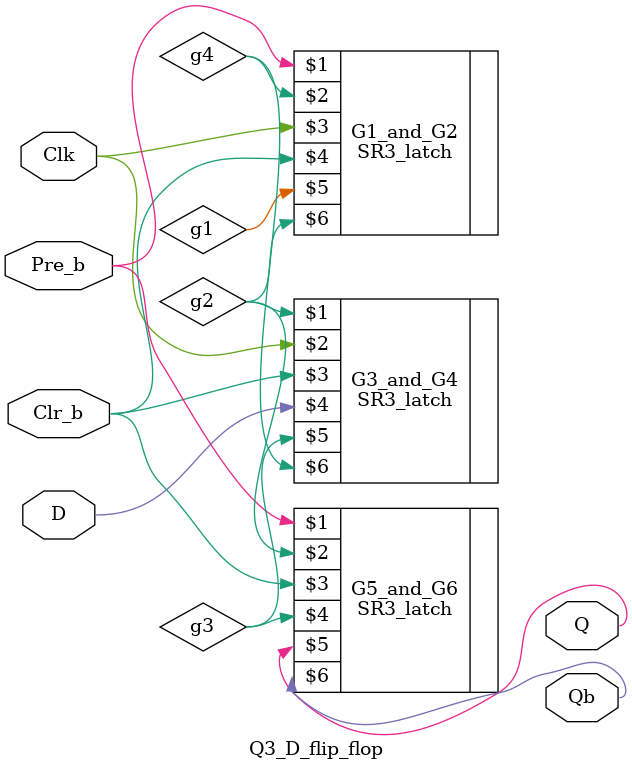
<source format=v>
`timescale 1ns/1ns
module Q3_D_flip_flop(input D, Clk, Pre_b, Clr_b, output Q, Qb);
    wire g1, g2, g3, g4;

    SR3_latch G1_and_G2(Pre_b, g4, Clk, Clr_b, g1, g2);
    SR3_latch G3_and_G4(g2, Clk, Clr_b, D, g3, g4);
    SR3_latch G5_and_G6(Pre_b, g2, Clr_b, g3, Q, Qb);
endmodule
</source>
